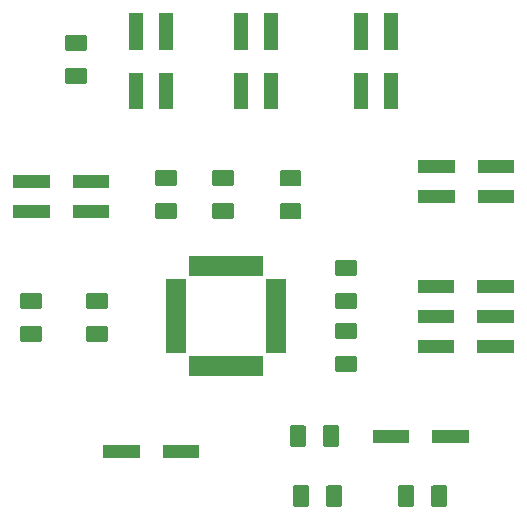
<source format=gbr>
G04 #@! TF.GenerationSoftware,KiCad,Pcbnew,(5.1.2)-2*
G04 #@! TF.CreationDate,2019-08-21T10:42:10+03:00*
G04 #@! TF.ProjectId,atmega328,61746d65-6761-4333-9238-2e6b69636164,rev?*
G04 #@! TF.SameCoordinates,Original*
G04 #@! TF.FileFunction,Soldermask,Top*
G04 #@! TF.FilePolarity,Negative*
%FSLAX46Y46*%
G04 Gerber Fmt 4.6, Leading zero omitted, Abs format (unit mm)*
G04 Created by KiCad (PCBNEW (5.1.2)-2) date 2019-08-21 10:42:10*
%MOMM*%
%LPD*%
G04 APERTURE LIST*
%ADD10C,0.100000*%
G04 APERTURE END LIST*
D10*
G36*
X159528604Y-85438347D02*
G01*
X159565144Y-85449432D01*
X159598821Y-85467433D01*
X159628341Y-85491659D01*
X159652567Y-85521179D01*
X159670568Y-85554856D01*
X159681653Y-85591396D01*
X159686000Y-85635538D01*
X159686000Y-87084462D01*
X159681653Y-87128604D01*
X159670568Y-87165144D01*
X159652567Y-87198821D01*
X159628341Y-87228341D01*
X159598821Y-87252567D01*
X159565144Y-87270568D01*
X159528604Y-87281653D01*
X159484462Y-87286000D01*
X158535538Y-87286000D01*
X158491396Y-87281653D01*
X158454856Y-87270568D01*
X158421179Y-87252567D01*
X158391659Y-87228341D01*
X158367433Y-87198821D01*
X158349432Y-87165144D01*
X158338347Y-87128604D01*
X158334000Y-87084462D01*
X158334000Y-85635538D01*
X158338347Y-85591396D01*
X158349432Y-85554856D01*
X158367433Y-85521179D01*
X158391659Y-85491659D01*
X158421179Y-85467433D01*
X158454856Y-85449432D01*
X158491396Y-85438347D01*
X158535538Y-85434000D01*
X159484462Y-85434000D01*
X159528604Y-85438347D01*
X159528604Y-85438347D01*
G37*
G36*
X147838604Y-85438347D02*
G01*
X147875144Y-85449432D01*
X147908821Y-85467433D01*
X147938341Y-85491659D01*
X147962567Y-85521179D01*
X147980568Y-85554856D01*
X147991653Y-85591396D01*
X147996000Y-85635538D01*
X147996000Y-87084462D01*
X147991653Y-87128604D01*
X147980568Y-87165144D01*
X147962567Y-87198821D01*
X147938341Y-87228341D01*
X147908821Y-87252567D01*
X147875144Y-87270568D01*
X147838604Y-87281653D01*
X147794462Y-87286000D01*
X146845538Y-87286000D01*
X146801396Y-87281653D01*
X146764856Y-87270568D01*
X146731179Y-87252567D01*
X146701659Y-87228341D01*
X146677433Y-87198821D01*
X146659432Y-87165144D01*
X146648347Y-87128604D01*
X146644000Y-87084462D01*
X146644000Y-85635538D01*
X146648347Y-85591396D01*
X146659432Y-85554856D01*
X146677433Y-85521179D01*
X146701659Y-85491659D01*
X146731179Y-85467433D01*
X146764856Y-85449432D01*
X146801396Y-85438347D01*
X146845538Y-85434000D01*
X147794462Y-85434000D01*
X147838604Y-85438347D01*
X147838604Y-85438347D01*
G37*
G36*
X150638604Y-85438347D02*
G01*
X150675144Y-85449432D01*
X150708821Y-85467433D01*
X150738341Y-85491659D01*
X150762567Y-85521179D01*
X150780568Y-85554856D01*
X150791653Y-85591396D01*
X150796000Y-85635538D01*
X150796000Y-87084462D01*
X150791653Y-87128604D01*
X150780568Y-87165144D01*
X150762567Y-87198821D01*
X150738341Y-87228341D01*
X150708821Y-87252567D01*
X150675144Y-87270568D01*
X150638604Y-87281653D01*
X150594462Y-87286000D01*
X149645538Y-87286000D01*
X149601396Y-87281653D01*
X149564856Y-87270568D01*
X149531179Y-87252567D01*
X149501659Y-87228341D01*
X149477433Y-87198821D01*
X149459432Y-87165144D01*
X149448347Y-87128604D01*
X149444000Y-87084462D01*
X149444000Y-85635538D01*
X149448347Y-85591396D01*
X149459432Y-85554856D01*
X149477433Y-85521179D01*
X149501659Y-85491659D01*
X149531179Y-85467433D01*
X149564856Y-85449432D01*
X149601396Y-85438347D01*
X149645538Y-85434000D01*
X150594462Y-85434000D01*
X150638604Y-85438347D01*
X150638604Y-85438347D01*
G37*
G36*
X156728604Y-85438347D02*
G01*
X156765144Y-85449432D01*
X156798821Y-85467433D01*
X156828341Y-85491659D01*
X156852567Y-85521179D01*
X156870568Y-85554856D01*
X156881653Y-85591396D01*
X156886000Y-85635538D01*
X156886000Y-87084462D01*
X156881653Y-87128604D01*
X156870568Y-87165144D01*
X156852567Y-87198821D01*
X156828341Y-87228341D01*
X156798821Y-87252567D01*
X156765144Y-87270568D01*
X156728604Y-87281653D01*
X156684462Y-87286000D01*
X155735538Y-87286000D01*
X155691396Y-87281653D01*
X155654856Y-87270568D01*
X155621179Y-87252567D01*
X155591659Y-87228341D01*
X155567433Y-87198821D01*
X155549432Y-87165144D01*
X155538347Y-87128604D01*
X155534000Y-87084462D01*
X155534000Y-85635538D01*
X155538347Y-85591396D01*
X155549432Y-85554856D01*
X155567433Y-85521179D01*
X155591659Y-85491659D01*
X155621179Y-85467433D01*
X155654856Y-85449432D01*
X155691396Y-85438347D01*
X155735538Y-85434000D01*
X156684462Y-85434000D01*
X156728604Y-85438347D01*
X156728604Y-85438347D01*
G37*
G36*
X133671000Y-83101000D02*
G01*
X130569000Y-83101000D01*
X130569000Y-81999000D01*
X133671000Y-81999000D01*
X133671000Y-83101000D01*
X133671000Y-83101000D01*
G37*
G36*
X138711000Y-83101000D02*
G01*
X135609000Y-83101000D01*
X135609000Y-81999000D01*
X138711000Y-81999000D01*
X138711000Y-83101000D01*
X138711000Y-83101000D01*
G37*
G36*
X150378604Y-80358347D02*
G01*
X150415144Y-80369432D01*
X150448821Y-80387433D01*
X150478341Y-80411659D01*
X150502567Y-80441179D01*
X150520568Y-80474856D01*
X150531653Y-80511396D01*
X150536000Y-80555538D01*
X150536000Y-82004462D01*
X150531653Y-82048604D01*
X150520568Y-82085144D01*
X150502567Y-82118821D01*
X150478341Y-82148341D01*
X150448821Y-82172567D01*
X150415144Y-82190568D01*
X150378604Y-82201653D01*
X150334462Y-82206000D01*
X149385538Y-82206000D01*
X149341396Y-82201653D01*
X149304856Y-82190568D01*
X149271179Y-82172567D01*
X149241659Y-82148341D01*
X149217433Y-82118821D01*
X149199432Y-82085144D01*
X149188347Y-82048604D01*
X149184000Y-82004462D01*
X149184000Y-80555538D01*
X149188347Y-80511396D01*
X149199432Y-80474856D01*
X149217433Y-80441179D01*
X149241659Y-80411659D01*
X149271179Y-80387433D01*
X149304856Y-80369432D01*
X149341396Y-80358347D01*
X149385538Y-80354000D01*
X150334462Y-80354000D01*
X150378604Y-80358347D01*
X150378604Y-80358347D01*
G37*
G36*
X147578604Y-80358347D02*
G01*
X147615144Y-80369432D01*
X147648821Y-80387433D01*
X147678341Y-80411659D01*
X147702567Y-80441179D01*
X147720568Y-80474856D01*
X147731653Y-80511396D01*
X147736000Y-80555538D01*
X147736000Y-82004462D01*
X147731653Y-82048604D01*
X147720568Y-82085144D01*
X147702567Y-82118821D01*
X147678341Y-82148341D01*
X147648821Y-82172567D01*
X147615144Y-82190568D01*
X147578604Y-82201653D01*
X147534462Y-82206000D01*
X146585538Y-82206000D01*
X146541396Y-82201653D01*
X146504856Y-82190568D01*
X146471179Y-82172567D01*
X146441659Y-82148341D01*
X146417433Y-82118821D01*
X146399432Y-82085144D01*
X146388347Y-82048604D01*
X146384000Y-82004462D01*
X146384000Y-80555538D01*
X146388347Y-80511396D01*
X146399432Y-80474856D01*
X146417433Y-80441179D01*
X146441659Y-80411659D01*
X146471179Y-80387433D01*
X146504856Y-80369432D01*
X146541396Y-80358347D01*
X146585538Y-80354000D01*
X147534462Y-80354000D01*
X147578604Y-80358347D01*
X147578604Y-80358347D01*
G37*
G36*
X161531000Y-81831000D02*
G01*
X158429000Y-81831000D01*
X158429000Y-80729000D01*
X161531000Y-80729000D01*
X161531000Y-81831000D01*
X161531000Y-81831000D01*
G37*
G36*
X156491000Y-81831000D02*
G01*
X153389000Y-81831000D01*
X153389000Y-80729000D01*
X156491000Y-80729000D01*
X156491000Y-81831000D01*
X156491000Y-81831000D01*
G37*
G36*
X144096000Y-76221000D02*
G01*
X137844000Y-76221000D01*
X137844000Y-74519000D01*
X144096000Y-74519000D01*
X144096000Y-76221000D01*
X144096000Y-76221000D01*
G37*
G36*
X151898604Y-74518347D02*
G01*
X151935144Y-74529432D01*
X151968821Y-74547433D01*
X151998341Y-74571659D01*
X152022567Y-74601179D01*
X152040568Y-74634856D01*
X152051653Y-74671396D01*
X152056000Y-74715538D01*
X152056000Y-75664462D01*
X152051653Y-75708604D01*
X152040568Y-75745144D01*
X152022567Y-75778821D01*
X151998341Y-75808341D01*
X151968821Y-75832567D01*
X151935144Y-75850568D01*
X151898604Y-75861653D01*
X151854462Y-75866000D01*
X150405538Y-75866000D01*
X150361396Y-75861653D01*
X150324856Y-75850568D01*
X150291179Y-75832567D01*
X150261659Y-75808341D01*
X150237433Y-75778821D01*
X150219432Y-75745144D01*
X150208347Y-75708604D01*
X150204000Y-75664462D01*
X150204000Y-74715538D01*
X150208347Y-74671396D01*
X150219432Y-74634856D01*
X150237433Y-74601179D01*
X150261659Y-74571659D01*
X150291179Y-74547433D01*
X150324856Y-74529432D01*
X150361396Y-74518347D01*
X150405538Y-74514000D01*
X151854462Y-74514000D01*
X151898604Y-74518347D01*
X151898604Y-74518347D01*
G37*
G36*
X137571000Y-74246000D02*
G01*
X135869000Y-74246000D01*
X135869000Y-67994000D01*
X137571000Y-67994000D01*
X137571000Y-74246000D01*
X137571000Y-74246000D01*
G37*
G36*
X146071000Y-74246000D02*
G01*
X144369000Y-74246000D01*
X144369000Y-67994000D01*
X146071000Y-67994000D01*
X146071000Y-74246000D01*
X146071000Y-74246000D01*
G37*
G36*
X160301000Y-74211000D02*
G01*
X157199000Y-74211000D01*
X157199000Y-73109000D01*
X160301000Y-73109000D01*
X160301000Y-74211000D01*
X160301000Y-74211000D01*
G37*
G36*
X165341000Y-74211000D02*
G01*
X162239000Y-74211000D01*
X162239000Y-73109000D01*
X165341000Y-73109000D01*
X165341000Y-74211000D01*
X165341000Y-74211000D01*
G37*
G36*
X125228604Y-71978347D02*
G01*
X125265144Y-71989432D01*
X125298821Y-72007433D01*
X125328341Y-72031659D01*
X125352567Y-72061179D01*
X125370568Y-72094856D01*
X125381653Y-72131396D01*
X125386000Y-72175538D01*
X125386000Y-73124462D01*
X125381653Y-73168604D01*
X125370568Y-73205144D01*
X125352567Y-73238821D01*
X125328341Y-73268341D01*
X125298821Y-73292567D01*
X125265144Y-73310568D01*
X125228604Y-73321653D01*
X125184462Y-73326000D01*
X123735538Y-73326000D01*
X123691396Y-73321653D01*
X123654856Y-73310568D01*
X123621179Y-73292567D01*
X123591659Y-73268341D01*
X123567433Y-73238821D01*
X123549432Y-73205144D01*
X123538347Y-73168604D01*
X123534000Y-73124462D01*
X123534000Y-72175538D01*
X123538347Y-72131396D01*
X123549432Y-72094856D01*
X123567433Y-72061179D01*
X123591659Y-72031659D01*
X123621179Y-72007433D01*
X123654856Y-71989432D01*
X123691396Y-71978347D01*
X123735538Y-71974000D01*
X125184462Y-71974000D01*
X125228604Y-71978347D01*
X125228604Y-71978347D01*
G37*
G36*
X130815558Y-71973377D02*
G01*
X130852098Y-71984462D01*
X130885775Y-72002463D01*
X130915295Y-72026689D01*
X130939521Y-72056209D01*
X130957522Y-72089886D01*
X130968607Y-72126426D01*
X130972954Y-72170568D01*
X130972954Y-73119492D01*
X130968607Y-73163634D01*
X130957522Y-73200174D01*
X130939521Y-73233851D01*
X130915295Y-73263371D01*
X130885775Y-73287597D01*
X130852098Y-73305598D01*
X130815558Y-73316683D01*
X130771416Y-73321030D01*
X129322492Y-73321030D01*
X129278350Y-73316683D01*
X129241810Y-73305598D01*
X129208133Y-73287597D01*
X129178613Y-73263371D01*
X129154387Y-73233851D01*
X129136386Y-73200174D01*
X129125301Y-73163634D01*
X129120954Y-73119492D01*
X129120954Y-72170568D01*
X129125301Y-72126426D01*
X129136386Y-72089886D01*
X129154387Y-72056209D01*
X129178613Y-72026689D01*
X129208133Y-72002463D01*
X129241810Y-71984462D01*
X129278350Y-71973377D01*
X129322492Y-71969030D01*
X130771416Y-71969030D01*
X130815558Y-71973377D01*
X130815558Y-71973377D01*
G37*
G36*
X151898604Y-71718347D02*
G01*
X151935144Y-71729432D01*
X151968821Y-71747433D01*
X151998341Y-71771659D01*
X152022567Y-71801179D01*
X152040568Y-71834856D01*
X152051653Y-71871396D01*
X152056000Y-71915538D01*
X152056000Y-72864462D01*
X152051653Y-72908604D01*
X152040568Y-72945144D01*
X152022567Y-72978821D01*
X151998341Y-73008341D01*
X151968821Y-73032567D01*
X151935144Y-73050568D01*
X151898604Y-73061653D01*
X151854462Y-73066000D01*
X150405538Y-73066000D01*
X150361396Y-73061653D01*
X150324856Y-73050568D01*
X150291179Y-73032567D01*
X150261659Y-73008341D01*
X150237433Y-72978821D01*
X150219432Y-72945144D01*
X150208347Y-72908604D01*
X150204000Y-72864462D01*
X150204000Y-71915538D01*
X150208347Y-71871396D01*
X150219432Y-71834856D01*
X150237433Y-71801179D01*
X150261659Y-71771659D01*
X150291179Y-71747433D01*
X150324856Y-71729432D01*
X150361396Y-71718347D01*
X150405538Y-71714000D01*
X151854462Y-71714000D01*
X151898604Y-71718347D01*
X151898604Y-71718347D01*
G37*
G36*
X165341000Y-71671000D02*
G01*
X162239000Y-71671000D01*
X162239000Y-70569000D01*
X165341000Y-70569000D01*
X165341000Y-71671000D01*
X165341000Y-71671000D01*
G37*
G36*
X160301000Y-71671000D02*
G01*
X157199000Y-71671000D01*
X157199000Y-70569000D01*
X160301000Y-70569000D01*
X160301000Y-71671000D01*
X160301000Y-71671000D01*
G37*
G36*
X125228604Y-69178347D02*
G01*
X125265144Y-69189432D01*
X125298821Y-69207433D01*
X125328341Y-69231659D01*
X125352567Y-69261179D01*
X125370568Y-69294856D01*
X125381653Y-69331396D01*
X125386000Y-69375538D01*
X125386000Y-70324462D01*
X125381653Y-70368604D01*
X125370568Y-70405144D01*
X125352567Y-70438821D01*
X125328341Y-70468341D01*
X125298821Y-70492567D01*
X125265144Y-70510568D01*
X125228604Y-70521653D01*
X125184462Y-70526000D01*
X123735538Y-70526000D01*
X123691396Y-70521653D01*
X123654856Y-70510568D01*
X123621179Y-70492567D01*
X123591659Y-70468341D01*
X123567433Y-70438821D01*
X123549432Y-70405144D01*
X123538347Y-70368604D01*
X123534000Y-70324462D01*
X123534000Y-69375538D01*
X123538347Y-69331396D01*
X123549432Y-69294856D01*
X123567433Y-69261179D01*
X123591659Y-69231659D01*
X123621179Y-69207433D01*
X123654856Y-69189432D01*
X123691396Y-69178347D01*
X123735538Y-69174000D01*
X125184462Y-69174000D01*
X125228604Y-69178347D01*
X125228604Y-69178347D01*
G37*
G36*
X151898604Y-69178347D02*
G01*
X151935144Y-69189432D01*
X151968821Y-69207433D01*
X151998341Y-69231659D01*
X152022567Y-69261179D01*
X152040568Y-69294856D01*
X152051653Y-69331396D01*
X152056000Y-69375538D01*
X152056000Y-70324462D01*
X152051653Y-70368604D01*
X152040568Y-70405144D01*
X152022567Y-70438821D01*
X151998341Y-70468341D01*
X151968821Y-70492567D01*
X151935144Y-70510568D01*
X151898604Y-70521653D01*
X151854462Y-70526000D01*
X150405538Y-70526000D01*
X150361396Y-70521653D01*
X150324856Y-70510568D01*
X150291179Y-70492567D01*
X150261659Y-70468341D01*
X150237433Y-70438821D01*
X150219432Y-70405144D01*
X150208347Y-70368604D01*
X150204000Y-70324462D01*
X150204000Y-69375538D01*
X150208347Y-69331396D01*
X150219432Y-69294856D01*
X150237433Y-69261179D01*
X150261659Y-69231659D01*
X150291179Y-69207433D01*
X150324856Y-69189432D01*
X150361396Y-69178347D01*
X150405538Y-69174000D01*
X151854462Y-69174000D01*
X151898604Y-69178347D01*
X151898604Y-69178347D01*
G37*
G36*
X130815558Y-69173377D02*
G01*
X130852098Y-69184462D01*
X130885775Y-69202463D01*
X130915295Y-69226689D01*
X130939521Y-69256209D01*
X130957522Y-69289886D01*
X130968607Y-69326426D01*
X130972954Y-69370568D01*
X130972954Y-70319492D01*
X130968607Y-70363634D01*
X130957522Y-70400174D01*
X130939521Y-70433851D01*
X130915295Y-70463371D01*
X130885775Y-70487597D01*
X130852098Y-70505598D01*
X130815558Y-70516683D01*
X130771416Y-70521030D01*
X129322492Y-70521030D01*
X129278350Y-70516683D01*
X129241810Y-70505598D01*
X129208133Y-70487597D01*
X129178613Y-70463371D01*
X129154387Y-70433851D01*
X129136386Y-70400174D01*
X129125301Y-70363634D01*
X129120954Y-70319492D01*
X129120954Y-69370568D01*
X129125301Y-69326426D01*
X129136386Y-69289886D01*
X129154387Y-69256209D01*
X129178613Y-69226689D01*
X129208133Y-69202463D01*
X129241810Y-69184462D01*
X129278350Y-69173377D01*
X129322492Y-69169030D01*
X130771416Y-69169030D01*
X130815558Y-69173377D01*
X130815558Y-69173377D01*
G37*
G36*
X165341000Y-69131000D02*
G01*
X162239000Y-69131000D01*
X162239000Y-68029000D01*
X165341000Y-68029000D01*
X165341000Y-69131000D01*
X165341000Y-69131000D01*
G37*
G36*
X160301000Y-69131000D02*
G01*
X157199000Y-69131000D01*
X157199000Y-68029000D01*
X160301000Y-68029000D01*
X160301000Y-69131000D01*
X160301000Y-69131000D01*
G37*
G36*
X151898604Y-66378347D02*
G01*
X151935144Y-66389432D01*
X151968821Y-66407433D01*
X151998341Y-66431659D01*
X152022567Y-66461179D01*
X152040568Y-66494856D01*
X152051653Y-66531396D01*
X152056000Y-66575538D01*
X152056000Y-67524462D01*
X152051653Y-67568604D01*
X152040568Y-67605144D01*
X152022567Y-67638821D01*
X151998341Y-67668341D01*
X151968821Y-67692567D01*
X151935144Y-67710568D01*
X151898604Y-67721653D01*
X151854462Y-67726000D01*
X150405538Y-67726000D01*
X150361396Y-67721653D01*
X150324856Y-67710568D01*
X150291179Y-67692567D01*
X150261659Y-67668341D01*
X150237433Y-67638821D01*
X150219432Y-67605144D01*
X150208347Y-67568604D01*
X150204000Y-67524462D01*
X150204000Y-66575538D01*
X150208347Y-66531396D01*
X150219432Y-66494856D01*
X150237433Y-66461179D01*
X150261659Y-66431659D01*
X150291179Y-66407433D01*
X150324856Y-66389432D01*
X150361396Y-66378347D01*
X150405538Y-66374000D01*
X151854462Y-66374000D01*
X151898604Y-66378347D01*
X151898604Y-66378347D01*
G37*
G36*
X144096000Y-67721000D02*
G01*
X137844000Y-67721000D01*
X137844000Y-66019000D01*
X144096000Y-66019000D01*
X144096000Y-67721000D01*
X144096000Y-67721000D01*
G37*
G36*
X147199604Y-61558347D02*
G01*
X147236144Y-61569432D01*
X147269821Y-61587433D01*
X147299341Y-61611659D01*
X147323567Y-61641179D01*
X147341568Y-61674856D01*
X147352653Y-61711396D01*
X147357000Y-61755538D01*
X147357000Y-62704462D01*
X147352653Y-62748604D01*
X147341568Y-62785144D01*
X147323567Y-62818821D01*
X147299341Y-62848341D01*
X147269821Y-62872567D01*
X147236144Y-62890568D01*
X147199604Y-62901653D01*
X147155462Y-62906000D01*
X145706538Y-62906000D01*
X145662396Y-62901653D01*
X145625856Y-62890568D01*
X145592179Y-62872567D01*
X145562659Y-62848341D01*
X145538433Y-62818821D01*
X145520432Y-62785144D01*
X145509347Y-62748604D01*
X145505000Y-62704462D01*
X145505000Y-61755538D01*
X145509347Y-61711396D01*
X145520432Y-61674856D01*
X145538433Y-61641179D01*
X145562659Y-61611659D01*
X145592179Y-61587433D01*
X145625856Y-61569432D01*
X145662396Y-61558347D01*
X145706538Y-61554000D01*
X147155462Y-61554000D01*
X147199604Y-61558347D01*
X147199604Y-61558347D01*
G37*
G36*
X141484604Y-61558347D02*
G01*
X141521144Y-61569432D01*
X141554821Y-61587433D01*
X141584341Y-61611659D01*
X141608567Y-61641179D01*
X141626568Y-61674856D01*
X141637653Y-61711396D01*
X141642000Y-61755538D01*
X141642000Y-62704462D01*
X141637653Y-62748604D01*
X141626568Y-62785144D01*
X141608567Y-62818821D01*
X141584341Y-62848341D01*
X141554821Y-62872567D01*
X141521144Y-62890568D01*
X141484604Y-62901653D01*
X141440462Y-62906000D01*
X139991538Y-62906000D01*
X139947396Y-62901653D01*
X139910856Y-62890568D01*
X139877179Y-62872567D01*
X139847659Y-62848341D01*
X139823433Y-62818821D01*
X139805432Y-62785144D01*
X139794347Y-62748604D01*
X139790000Y-62704462D01*
X139790000Y-61755538D01*
X139794347Y-61711396D01*
X139805432Y-61674856D01*
X139823433Y-61641179D01*
X139847659Y-61611659D01*
X139877179Y-61587433D01*
X139910856Y-61569432D01*
X139947396Y-61558347D01*
X139991538Y-61554000D01*
X141440462Y-61554000D01*
X141484604Y-61558347D01*
X141484604Y-61558347D01*
G37*
G36*
X136658604Y-61558347D02*
G01*
X136695144Y-61569432D01*
X136728821Y-61587433D01*
X136758341Y-61611659D01*
X136782567Y-61641179D01*
X136800568Y-61674856D01*
X136811653Y-61711396D01*
X136816000Y-61755538D01*
X136816000Y-62704462D01*
X136811653Y-62748604D01*
X136800568Y-62785144D01*
X136782567Y-62818821D01*
X136758341Y-62848341D01*
X136728821Y-62872567D01*
X136695144Y-62890568D01*
X136658604Y-62901653D01*
X136614462Y-62906000D01*
X135165538Y-62906000D01*
X135121396Y-62901653D01*
X135084856Y-62890568D01*
X135051179Y-62872567D01*
X135021659Y-62848341D01*
X134997433Y-62818821D01*
X134979432Y-62785144D01*
X134968347Y-62748604D01*
X134964000Y-62704462D01*
X134964000Y-61755538D01*
X134968347Y-61711396D01*
X134979432Y-61674856D01*
X134997433Y-61641179D01*
X135021659Y-61611659D01*
X135051179Y-61587433D01*
X135084856Y-61569432D01*
X135121396Y-61558347D01*
X135165538Y-61554000D01*
X136614462Y-61554000D01*
X136658604Y-61558347D01*
X136658604Y-61558347D01*
G37*
G36*
X126051000Y-62781000D02*
G01*
X122949000Y-62781000D01*
X122949000Y-61679000D01*
X126051000Y-61679000D01*
X126051000Y-62781000D01*
X126051000Y-62781000D01*
G37*
G36*
X131091000Y-62781000D02*
G01*
X127989000Y-62781000D01*
X127989000Y-61679000D01*
X131091000Y-61679000D01*
X131091000Y-62781000D01*
X131091000Y-62781000D01*
G37*
G36*
X165381000Y-61511000D02*
G01*
X162279000Y-61511000D01*
X162279000Y-60409000D01*
X165381000Y-60409000D01*
X165381000Y-61511000D01*
X165381000Y-61511000D01*
G37*
G36*
X160341000Y-61511000D02*
G01*
X157239000Y-61511000D01*
X157239000Y-60409000D01*
X160341000Y-60409000D01*
X160341000Y-61511000D01*
X160341000Y-61511000D01*
G37*
G36*
X126051000Y-60241000D02*
G01*
X122949000Y-60241000D01*
X122949000Y-59139000D01*
X126051000Y-59139000D01*
X126051000Y-60241000D01*
X126051000Y-60241000D01*
G37*
G36*
X131091000Y-60241000D02*
G01*
X127989000Y-60241000D01*
X127989000Y-59139000D01*
X131091000Y-59139000D01*
X131091000Y-60241000D01*
X131091000Y-60241000D01*
G37*
G36*
X147199604Y-58758347D02*
G01*
X147236144Y-58769432D01*
X147269821Y-58787433D01*
X147299341Y-58811659D01*
X147323567Y-58841179D01*
X147341568Y-58874856D01*
X147352653Y-58911396D01*
X147357000Y-58955538D01*
X147357000Y-59904462D01*
X147352653Y-59948604D01*
X147341568Y-59985144D01*
X147323567Y-60018821D01*
X147299341Y-60048341D01*
X147269821Y-60072567D01*
X147236144Y-60090568D01*
X147199604Y-60101653D01*
X147155462Y-60106000D01*
X145706538Y-60106000D01*
X145662396Y-60101653D01*
X145625856Y-60090568D01*
X145592179Y-60072567D01*
X145562659Y-60048341D01*
X145538433Y-60018821D01*
X145520432Y-59985144D01*
X145509347Y-59948604D01*
X145505000Y-59904462D01*
X145505000Y-58955538D01*
X145509347Y-58911396D01*
X145520432Y-58874856D01*
X145538433Y-58841179D01*
X145562659Y-58811659D01*
X145592179Y-58787433D01*
X145625856Y-58769432D01*
X145662396Y-58758347D01*
X145706538Y-58754000D01*
X147155462Y-58754000D01*
X147199604Y-58758347D01*
X147199604Y-58758347D01*
G37*
G36*
X141484604Y-58758347D02*
G01*
X141521144Y-58769432D01*
X141554821Y-58787433D01*
X141584341Y-58811659D01*
X141608567Y-58841179D01*
X141626568Y-58874856D01*
X141637653Y-58911396D01*
X141642000Y-58955538D01*
X141642000Y-59904462D01*
X141637653Y-59948604D01*
X141626568Y-59985144D01*
X141608567Y-60018821D01*
X141584341Y-60048341D01*
X141554821Y-60072567D01*
X141521144Y-60090568D01*
X141484604Y-60101653D01*
X141440462Y-60106000D01*
X139991538Y-60106000D01*
X139947396Y-60101653D01*
X139910856Y-60090568D01*
X139877179Y-60072567D01*
X139847659Y-60048341D01*
X139823433Y-60018821D01*
X139805432Y-59985144D01*
X139794347Y-59948604D01*
X139790000Y-59904462D01*
X139790000Y-58955538D01*
X139794347Y-58911396D01*
X139805432Y-58874856D01*
X139823433Y-58841179D01*
X139847659Y-58811659D01*
X139877179Y-58787433D01*
X139910856Y-58769432D01*
X139947396Y-58758347D01*
X139991538Y-58754000D01*
X141440462Y-58754000D01*
X141484604Y-58758347D01*
X141484604Y-58758347D01*
G37*
G36*
X136658604Y-58758347D02*
G01*
X136695144Y-58769432D01*
X136728821Y-58787433D01*
X136758341Y-58811659D01*
X136782567Y-58841179D01*
X136800568Y-58874856D01*
X136811653Y-58911396D01*
X136816000Y-58955538D01*
X136816000Y-59904462D01*
X136811653Y-59948604D01*
X136800568Y-59985144D01*
X136782567Y-60018821D01*
X136758341Y-60048341D01*
X136728821Y-60072567D01*
X136695144Y-60090568D01*
X136658604Y-60101653D01*
X136614462Y-60106000D01*
X135165538Y-60106000D01*
X135121396Y-60101653D01*
X135084856Y-60090568D01*
X135051179Y-60072567D01*
X135021659Y-60048341D01*
X134997433Y-60018821D01*
X134979432Y-59985144D01*
X134968347Y-59948604D01*
X134964000Y-59904462D01*
X134964000Y-58955538D01*
X134968347Y-58911396D01*
X134979432Y-58874856D01*
X134997433Y-58841179D01*
X135021659Y-58811659D01*
X135051179Y-58787433D01*
X135084856Y-58769432D01*
X135121396Y-58758347D01*
X135165538Y-58754000D01*
X136614462Y-58754000D01*
X136658604Y-58758347D01*
X136658604Y-58758347D01*
G37*
G36*
X165381000Y-58971000D02*
G01*
X162279000Y-58971000D01*
X162279000Y-57869000D01*
X165381000Y-57869000D01*
X165381000Y-58971000D01*
X165381000Y-58971000D01*
G37*
G36*
X160341000Y-58971000D02*
G01*
X157239000Y-58971000D01*
X157239000Y-57869000D01*
X160341000Y-57869000D01*
X160341000Y-58971000D01*
X160341000Y-58971000D01*
G37*
G36*
X155491000Y-53621000D02*
G01*
X154389000Y-53621000D01*
X154389000Y-50519000D01*
X155491000Y-50519000D01*
X155491000Y-53621000D01*
X155491000Y-53621000D01*
G37*
G36*
X133901000Y-53621000D02*
G01*
X132799000Y-53621000D01*
X132799000Y-50519000D01*
X133901000Y-50519000D01*
X133901000Y-53621000D01*
X133901000Y-53621000D01*
G37*
G36*
X136441000Y-53621000D02*
G01*
X135339000Y-53621000D01*
X135339000Y-50519000D01*
X136441000Y-50519000D01*
X136441000Y-53621000D01*
X136441000Y-53621000D01*
G37*
G36*
X152951000Y-53621000D02*
G01*
X151849000Y-53621000D01*
X151849000Y-50519000D01*
X152951000Y-50519000D01*
X152951000Y-53621000D01*
X152951000Y-53621000D01*
G37*
G36*
X145331000Y-53621000D02*
G01*
X144229000Y-53621000D01*
X144229000Y-50519000D01*
X145331000Y-50519000D01*
X145331000Y-53621000D01*
X145331000Y-53621000D01*
G37*
G36*
X142791000Y-53621000D02*
G01*
X141689000Y-53621000D01*
X141689000Y-50519000D01*
X142791000Y-50519000D01*
X142791000Y-53621000D01*
X142791000Y-53621000D01*
G37*
G36*
X129038604Y-50128347D02*
G01*
X129075144Y-50139432D01*
X129108821Y-50157433D01*
X129138341Y-50181659D01*
X129162567Y-50211179D01*
X129180568Y-50244856D01*
X129191653Y-50281396D01*
X129196000Y-50325538D01*
X129196000Y-51274462D01*
X129191653Y-51318604D01*
X129180568Y-51355144D01*
X129162567Y-51388821D01*
X129138341Y-51418341D01*
X129108821Y-51442567D01*
X129075144Y-51460568D01*
X129038604Y-51471653D01*
X128994462Y-51476000D01*
X127545538Y-51476000D01*
X127501396Y-51471653D01*
X127464856Y-51460568D01*
X127431179Y-51442567D01*
X127401659Y-51418341D01*
X127377433Y-51388821D01*
X127359432Y-51355144D01*
X127348347Y-51318604D01*
X127344000Y-51274462D01*
X127344000Y-50325538D01*
X127348347Y-50281396D01*
X127359432Y-50244856D01*
X127377433Y-50211179D01*
X127401659Y-50181659D01*
X127431179Y-50157433D01*
X127464856Y-50139432D01*
X127501396Y-50128347D01*
X127545538Y-50124000D01*
X128994462Y-50124000D01*
X129038604Y-50128347D01*
X129038604Y-50128347D01*
G37*
G36*
X129038604Y-47328347D02*
G01*
X129075144Y-47339432D01*
X129108821Y-47357433D01*
X129138341Y-47381659D01*
X129162567Y-47411179D01*
X129180568Y-47444856D01*
X129191653Y-47481396D01*
X129196000Y-47525538D01*
X129196000Y-48474462D01*
X129191653Y-48518604D01*
X129180568Y-48555144D01*
X129162567Y-48588821D01*
X129138341Y-48618341D01*
X129108821Y-48642567D01*
X129075144Y-48660568D01*
X129038604Y-48671653D01*
X128994462Y-48676000D01*
X127545538Y-48676000D01*
X127501396Y-48671653D01*
X127464856Y-48660568D01*
X127431179Y-48642567D01*
X127401659Y-48618341D01*
X127377433Y-48588821D01*
X127359432Y-48555144D01*
X127348347Y-48518604D01*
X127344000Y-48474462D01*
X127344000Y-47525538D01*
X127348347Y-47481396D01*
X127359432Y-47444856D01*
X127377433Y-47411179D01*
X127401659Y-47381659D01*
X127431179Y-47357433D01*
X127464856Y-47339432D01*
X127501396Y-47328347D01*
X127545538Y-47324000D01*
X128994462Y-47324000D01*
X129038604Y-47328347D01*
X129038604Y-47328347D01*
G37*
G36*
X142791000Y-48581000D02*
G01*
X141689000Y-48581000D01*
X141689000Y-45479000D01*
X142791000Y-45479000D01*
X142791000Y-48581000D01*
X142791000Y-48581000D01*
G37*
G36*
X152951000Y-48581000D02*
G01*
X151849000Y-48581000D01*
X151849000Y-45479000D01*
X152951000Y-45479000D01*
X152951000Y-48581000D01*
X152951000Y-48581000D01*
G37*
G36*
X136441000Y-48581000D02*
G01*
X135339000Y-48581000D01*
X135339000Y-45479000D01*
X136441000Y-45479000D01*
X136441000Y-48581000D01*
X136441000Y-48581000D01*
G37*
G36*
X133901000Y-48581000D02*
G01*
X132799000Y-48581000D01*
X132799000Y-45479000D01*
X133901000Y-45479000D01*
X133901000Y-48581000D01*
X133901000Y-48581000D01*
G37*
G36*
X155491000Y-48581000D02*
G01*
X154389000Y-48581000D01*
X154389000Y-45479000D01*
X155491000Y-45479000D01*
X155491000Y-48581000D01*
X155491000Y-48581000D01*
G37*
G36*
X145331000Y-48581000D02*
G01*
X144229000Y-48581000D01*
X144229000Y-45479000D01*
X145331000Y-45479000D01*
X145331000Y-48581000D01*
X145331000Y-48581000D01*
G37*
M02*

</source>
